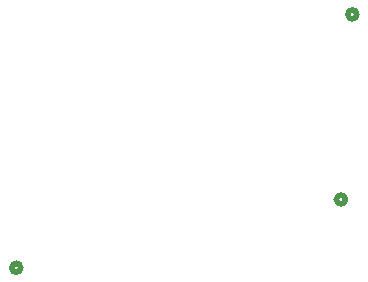
<source format=gbr>
%TF.GenerationSoftware,KiCad,Pcbnew,9.0.6*%
%TF.CreationDate,2026-01-01T04:38:27-06:00*%
%TF.ProjectId,2040Listener,32303430-4c69-4737-9465-6e65722e6b69,rev?*%
%TF.SameCoordinates,Original*%
%TF.FileFunction,Legend,Bot*%
%TF.FilePolarity,Positive*%
%FSLAX46Y46*%
G04 Gerber Fmt 4.6, Leading zero omitted, Abs format (unit mm)*
G04 Created by KiCad (PCBNEW 9.0.6) date 2026-01-01 04:38:27*
%MOMM*%
%LPD*%
G01*
G04 APERTURE LIST*
%ADD10C,0.508000*%
G04 APERTURE END LIST*
D10*
%TO.C,SW2*%
X164733100Y-54825000D02*
G75*
G02*
X163971100Y-54825000I-381000J0D01*
G01*
X163971100Y-54825000D02*
G75*
G02*
X164733100Y-54825000I381000J0D01*
G01*
%TO.C,SW1*%
X136283100Y-76275000D02*
G75*
G02*
X135521100Y-76275000I-381000J0D01*
G01*
X135521100Y-76275000D02*
G75*
G02*
X136283100Y-76275000I381000J0D01*
G01*
%TO.C,J1*%
X163770700Y-70492500D02*
G75*
G02*
X163008700Y-70492500I-381000J0D01*
G01*
X163008700Y-70492500D02*
G75*
G02*
X163770700Y-70492500I381000J0D01*
G01*
%TD*%
M02*

</source>
